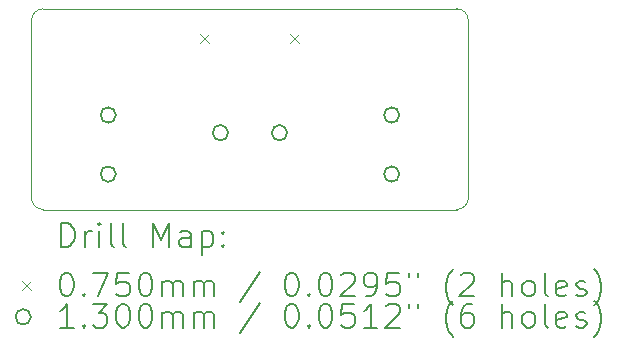
<source format=gbr>
%TF.GenerationSoftware,KiCad,Pcbnew,(6.0.7)*%
%TF.CreationDate,2022-10-05T08:21:56-05:00*%
%TF.ProjectId,SolenoidHandlerBoard,536f6c65-6e6f-4696-9448-616e646c6572,rev?*%
%TF.SameCoordinates,Original*%
%TF.FileFunction,Drillmap*%
%TF.FilePolarity,Positive*%
%FSLAX45Y45*%
G04 Gerber Fmt 4.5, Leading zero omitted, Abs format (unit mm)*
G04 Created by KiCad (PCBNEW (6.0.7)) date 2022-10-05 08:21:56*
%MOMM*%
%LPD*%
G01*
G04 APERTURE LIST*
%ADD10C,0.100000*%
%ADD11C,0.200000*%
%ADD12C,0.075000*%
%ADD13C,0.130000*%
G04 APERTURE END LIST*
D10*
X11600000Y-8400000D02*
X15100000Y-8400000D01*
X15100000Y-10100000D02*
G75*
G03*
X15200000Y-10000000I0J100000D01*
G01*
X15200000Y-8500000D02*
G75*
G03*
X15100000Y-8400000I-100000J0D01*
G01*
X11500000Y-10000000D02*
X11500000Y-8500000D01*
X11600000Y-8400000D02*
G75*
G03*
X11500000Y-8500000I0J-100000D01*
G01*
X11500000Y-10000000D02*
G75*
G03*
X11600000Y-10100000I100000J0D01*
G01*
X15100000Y-10100000D02*
X11600000Y-10100000D01*
X15200000Y-10000000D02*
X15200000Y-8500000D01*
D11*
D12*
X12931000Y-8612500D02*
X13006000Y-8687500D01*
X13006000Y-8612500D02*
X12931000Y-8687500D01*
X13693000Y-8612500D02*
X13768000Y-8687500D01*
X13768000Y-8612500D02*
X13693000Y-8687500D01*
D13*
X12215000Y-9300000D02*
G75*
G03*
X12215000Y-9300000I-65000J0D01*
G01*
X12215000Y-9800000D02*
G75*
G03*
X12215000Y-9800000I-65000J0D01*
G01*
X13165000Y-9450000D02*
G75*
G03*
X13165000Y-9450000I-65000J0D01*
G01*
X13665000Y-9450000D02*
G75*
G03*
X13665000Y-9450000I-65000J0D01*
G01*
X14615000Y-9300000D02*
G75*
G03*
X14615000Y-9300000I-65000J0D01*
G01*
X14615000Y-9800000D02*
G75*
G03*
X14615000Y-9800000I-65000J0D01*
G01*
D11*
X11752619Y-10415476D02*
X11752619Y-10215476D01*
X11800238Y-10215476D01*
X11828809Y-10225000D01*
X11847857Y-10244048D01*
X11857381Y-10263095D01*
X11866905Y-10301190D01*
X11866905Y-10329762D01*
X11857381Y-10367857D01*
X11847857Y-10386905D01*
X11828809Y-10405952D01*
X11800238Y-10415476D01*
X11752619Y-10415476D01*
X11952619Y-10415476D02*
X11952619Y-10282143D01*
X11952619Y-10320238D02*
X11962143Y-10301190D01*
X11971667Y-10291667D01*
X11990714Y-10282143D01*
X12009762Y-10282143D01*
X12076428Y-10415476D02*
X12076428Y-10282143D01*
X12076428Y-10215476D02*
X12066905Y-10225000D01*
X12076428Y-10234524D01*
X12085952Y-10225000D01*
X12076428Y-10215476D01*
X12076428Y-10234524D01*
X12200238Y-10415476D02*
X12181190Y-10405952D01*
X12171667Y-10386905D01*
X12171667Y-10215476D01*
X12305000Y-10415476D02*
X12285952Y-10405952D01*
X12276428Y-10386905D01*
X12276428Y-10215476D01*
X12533571Y-10415476D02*
X12533571Y-10215476D01*
X12600238Y-10358333D01*
X12666905Y-10215476D01*
X12666905Y-10415476D01*
X12847857Y-10415476D02*
X12847857Y-10310714D01*
X12838333Y-10291667D01*
X12819286Y-10282143D01*
X12781190Y-10282143D01*
X12762143Y-10291667D01*
X12847857Y-10405952D02*
X12828809Y-10415476D01*
X12781190Y-10415476D01*
X12762143Y-10405952D01*
X12752619Y-10386905D01*
X12752619Y-10367857D01*
X12762143Y-10348810D01*
X12781190Y-10339286D01*
X12828809Y-10339286D01*
X12847857Y-10329762D01*
X12943095Y-10282143D02*
X12943095Y-10482143D01*
X12943095Y-10291667D02*
X12962143Y-10282143D01*
X13000238Y-10282143D01*
X13019286Y-10291667D01*
X13028809Y-10301190D01*
X13038333Y-10320238D01*
X13038333Y-10377381D01*
X13028809Y-10396429D01*
X13019286Y-10405952D01*
X13000238Y-10415476D01*
X12962143Y-10415476D01*
X12943095Y-10405952D01*
X13124048Y-10396429D02*
X13133571Y-10405952D01*
X13124048Y-10415476D01*
X13114524Y-10405952D01*
X13124048Y-10396429D01*
X13124048Y-10415476D01*
X13124048Y-10291667D02*
X13133571Y-10301190D01*
X13124048Y-10310714D01*
X13114524Y-10301190D01*
X13124048Y-10291667D01*
X13124048Y-10310714D01*
D12*
X11420000Y-10707500D02*
X11495000Y-10782500D01*
X11495000Y-10707500D02*
X11420000Y-10782500D01*
D11*
X11790714Y-10635476D02*
X11809762Y-10635476D01*
X11828809Y-10645000D01*
X11838333Y-10654524D01*
X11847857Y-10673571D01*
X11857381Y-10711667D01*
X11857381Y-10759286D01*
X11847857Y-10797381D01*
X11838333Y-10816429D01*
X11828809Y-10825952D01*
X11809762Y-10835476D01*
X11790714Y-10835476D01*
X11771667Y-10825952D01*
X11762143Y-10816429D01*
X11752619Y-10797381D01*
X11743095Y-10759286D01*
X11743095Y-10711667D01*
X11752619Y-10673571D01*
X11762143Y-10654524D01*
X11771667Y-10645000D01*
X11790714Y-10635476D01*
X11943095Y-10816429D02*
X11952619Y-10825952D01*
X11943095Y-10835476D01*
X11933571Y-10825952D01*
X11943095Y-10816429D01*
X11943095Y-10835476D01*
X12019286Y-10635476D02*
X12152619Y-10635476D01*
X12066905Y-10835476D01*
X12324048Y-10635476D02*
X12228809Y-10635476D01*
X12219286Y-10730714D01*
X12228809Y-10721190D01*
X12247857Y-10711667D01*
X12295476Y-10711667D01*
X12314524Y-10721190D01*
X12324048Y-10730714D01*
X12333571Y-10749762D01*
X12333571Y-10797381D01*
X12324048Y-10816429D01*
X12314524Y-10825952D01*
X12295476Y-10835476D01*
X12247857Y-10835476D01*
X12228809Y-10825952D01*
X12219286Y-10816429D01*
X12457381Y-10635476D02*
X12476428Y-10635476D01*
X12495476Y-10645000D01*
X12505000Y-10654524D01*
X12514524Y-10673571D01*
X12524048Y-10711667D01*
X12524048Y-10759286D01*
X12514524Y-10797381D01*
X12505000Y-10816429D01*
X12495476Y-10825952D01*
X12476428Y-10835476D01*
X12457381Y-10835476D01*
X12438333Y-10825952D01*
X12428809Y-10816429D01*
X12419286Y-10797381D01*
X12409762Y-10759286D01*
X12409762Y-10711667D01*
X12419286Y-10673571D01*
X12428809Y-10654524D01*
X12438333Y-10645000D01*
X12457381Y-10635476D01*
X12609762Y-10835476D02*
X12609762Y-10702143D01*
X12609762Y-10721190D02*
X12619286Y-10711667D01*
X12638333Y-10702143D01*
X12666905Y-10702143D01*
X12685952Y-10711667D01*
X12695476Y-10730714D01*
X12695476Y-10835476D01*
X12695476Y-10730714D02*
X12705000Y-10711667D01*
X12724048Y-10702143D01*
X12752619Y-10702143D01*
X12771667Y-10711667D01*
X12781190Y-10730714D01*
X12781190Y-10835476D01*
X12876428Y-10835476D02*
X12876428Y-10702143D01*
X12876428Y-10721190D02*
X12885952Y-10711667D01*
X12905000Y-10702143D01*
X12933571Y-10702143D01*
X12952619Y-10711667D01*
X12962143Y-10730714D01*
X12962143Y-10835476D01*
X12962143Y-10730714D02*
X12971667Y-10711667D01*
X12990714Y-10702143D01*
X13019286Y-10702143D01*
X13038333Y-10711667D01*
X13047857Y-10730714D01*
X13047857Y-10835476D01*
X13438333Y-10625952D02*
X13266905Y-10883095D01*
X13695476Y-10635476D02*
X13714524Y-10635476D01*
X13733571Y-10645000D01*
X13743095Y-10654524D01*
X13752619Y-10673571D01*
X13762143Y-10711667D01*
X13762143Y-10759286D01*
X13752619Y-10797381D01*
X13743095Y-10816429D01*
X13733571Y-10825952D01*
X13714524Y-10835476D01*
X13695476Y-10835476D01*
X13676428Y-10825952D01*
X13666905Y-10816429D01*
X13657381Y-10797381D01*
X13647857Y-10759286D01*
X13647857Y-10711667D01*
X13657381Y-10673571D01*
X13666905Y-10654524D01*
X13676428Y-10645000D01*
X13695476Y-10635476D01*
X13847857Y-10816429D02*
X13857381Y-10825952D01*
X13847857Y-10835476D01*
X13838333Y-10825952D01*
X13847857Y-10816429D01*
X13847857Y-10835476D01*
X13981190Y-10635476D02*
X14000238Y-10635476D01*
X14019286Y-10645000D01*
X14028809Y-10654524D01*
X14038333Y-10673571D01*
X14047857Y-10711667D01*
X14047857Y-10759286D01*
X14038333Y-10797381D01*
X14028809Y-10816429D01*
X14019286Y-10825952D01*
X14000238Y-10835476D01*
X13981190Y-10835476D01*
X13962143Y-10825952D01*
X13952619Y-10816429D01*
X13943095Y-10797381D01*
X13933571Y-10759286D01*
X13933571Y-10711667D01*
X13943095Y-10673571D01*
X13952619Y-10654524D01*
X13962143Y-10645000D01*
X13981190Y-10635476D01*
X14124048Y-10654524D02*
X14133571Y-10645000D01*
X14152619Y-10635476D01*
X14200238Y-10635476D01*
X14219286Y-10645000D01*
X14228809Y-10654524D01*
X14238333Y-10673571D01*
X14238333Y-10692619D01*
X14228809Y-10721190D01*
X14114524Y-10835476D01*
X14238333Y-10835476D01*
X14333571Y-10835476D02*
X14371667Y-10835476D01*
X14390714Y-10825952D01*
X14400238Y-10816429D01*
X14419286Y-10787857D01*
X14428809Y-10749762D01*
X14428809Y-10673571D01*
X14419286Y-10654524D01*
X14409762Y-10645000D01*
X14390714Y-10635476D01*
X14352619Y-10635476D01*
X14333571Y-10645000D01*
X14324048Y-10654524D01*
X14314524Y-10673571D01*
X14314524Y-10721190D01*
X14324048Y-10740238D01*
X14333571Y-10749762D01*
X14352619Y-10759286D01*
X14390714Y-10759286D01*
X14409762Y-10749762D01*
X14419286Y-10740238D01*
X14428809Y-10721190D01*
X14609762Y-10635476D02*
X14514524Y-10635476D01*
X14505000Y-10730714D01*
X14514524Y-10721190D01*
X14533571Y-10711667D01*
X14581190Y-10711667D01*
X14600238Y-10721190D01*
X14609762Y-10730714D01*
X14619286Y-10749762D01*
X14619286Y-10797381D01*
X14609762Y-10816429D01*
X14600238Y-10825952D01*
X14581190Y-10835476D01*
X14533571Y-10835476D01*
X14514524Y-10825952D01*
X14505000Y-10816429D01*
X14695476Y-10635476D02*
X14695476Y-10673571D01*
X14771667Y-10635476D02*
X14771667Y-10673571D01*
X15066905Y-10911667D02*
X15057381Y-10902143D01*
X15038333Y-10873571D01*
X15028809Y-10854524D01*
X15019286Y-10825952D01*
X15009762Y-10778333D01*
X15009762Y-10740238D01*
X15019286Y-10692619D01*
X15028809Y-10664048D01*
X15038333Y-10645000D01*
X15057381Y-10616429D01*
X15066905Y-10606905D01*
X15133571Y-10654524D02*
X15143095Y-10645000D01*
X15162143Y-10635476D01*
X15209762Y-10635476D01*
X15228809Y-10645000D01*
X15238333Y-10654524D01*
X15247857Y-10673571D01*
X15247857Y-10692619D01*
X15238333Y-10721190D01*
X15124048Y-10835476D01*
X15247857Y-10835476D01*
X15485952Y-10835476D02*
X15485952Y-10635476D01*
X15571667Y-10835476D02*
X15571667Y-10730714D01*
X15562143Y-10711667D01*
X15543095Y-10702143D01*
X15514524Y-10702143D01*
X15495476Y-10711667D01*
X15485952Y-10721190D01*
X15695476Y-10835476D02*
X15676428Y-10825952D01*
X15666905Y-10816429D01*
X15657381Y-10797381D01*
X15657381Y-10740238D01*
X15666905Y-10721190D01*
X15676428Y-10711667D01*
X15695476Y-10702143D01*
X15724048Y-10702143D01*
X15743095Y-10711667D01*
X15752619Y-10721190D01*
X15762143Y-10740238D01*
X15762143Y-10797381D01*
X15752619Y-10816429D01*
X15743095Y-10825952D01*
X15724048Y-10835476D01*
X15695476Y-10835476D01*
X15876428Y-10835476D02*
X15857381Y-10825952D01*
X15847857Y-10806905D01*
X15847857Y-10635476D01*
X16028809Y-10825952D02*
X16009762Y-10835476D01*
X15971667Y-10835476D01*
X15952619Y-10825952D01*
X15943095Y-10806905D01*
X15943095Y-10730714D01*
X15952619Y-10711667D01*
X15971667Y-10702143D01*
X16009762Y-10702143D01*
X16028809Y-10711667D01*
X16038333Y-10730714D01*
X16038333Y-10749762D01*
X15943095Y-10768810D01*
X16114524Y-10825952D02*
X16133571Y-10835476D01*
X16171667Y-10835476D01*
X16190714Y-10825952D01*
X16200238Y-10806905D01*
X16200238Y-10797381D01*
X16190714Y-10778333D01*
X16171667Y-10768810D01*
X16143095Y-10768810D01*
X16124048Y-10759286D01*
X16114524Y-10740238D01*
X16114524Y-10730714D01*
X16124048Y-10711667D01*
X16143095Y-10702143D01*
X16171667Y-10702143D01*
X16190714Y-10711667D01*
X16266905Y-10911667D02*
X16276428Y-10902143D01*
X16295476Y-10873571D01*
X16305000Y-10854524D01*
X16314524Y-10825952D01*
X16324048Y-10778333D01*
X16324048Y-10740238D01*
X16314524Y-10692619D01*
X16305000Y-10664048D01*
X16295476Y-10645000D01*
X16276428Y-10616429D01*
X16266905Y-10606905D01*
D13*
X11495000Y-11009000D02*
G75*
G03*
X11495000Y-11009000I-65000J0D01*
G01*
D11*
X11857381Y-11099476D02*
X11743095Y-11099476D01*
X11800238Y-11099476D02*
X11800238Y-10899476D01*
X11781190Y-10928048D01*
X11762143Y-10947095D01*
X11743095Y-10956619D01*
X11943095Y-11080429D02*
X11952619Y-11089952D01*
X11943095Y-11099476D01*
X11933571Y-11089952D01*
X11943095Y-11080429D01*
X11943095Y-11099476D01*
X12019286Y-10899476D02*
X12143095Y-10899476D01*
X12076428Y-10975667D01*
X12105000Y-10975667D01*
X12124048Y-10985190D01*
X12133571Y-10994714D01*
X12143095Y-11013762D01*
X12143095Y-11061381D01*
X12133571Y-11080429D01*
X12124048Y-11089952D01*
X12105000Y-11099476D01*
X12047857Y-11099476D01*
X12028809Y-11089952D01*
X12019286Y-11080429D01*
X12266905Y-10899476D02*
X12285952Y-10899476D01*
X12305000Y-10909000D01*
X12314524Y-10918524D01*
X12324048Y-10937571D01*
X12333571Y-10975667D01*
X12333571Y-11023286D01*
X12324048Y-11061381D01*
X12314524Y-11080429D01*
X12305000Y-11089952D01*
X12285952Y-11099476D01*
X12266905Y-11099476D01*
X12247857Y-11089952D01*
X12238333Y-11080429D01*
X12228809Y-11061381D01*
X12219286Y-11023286D01*
X12219286Y-10975667D01*
X12228809Y-10937571D01*
X12238333Y-10918524D01*
X12247857Y-10909000D01*
X12266905Y-10899476D01*
X12457381Y-10899476D02*
X12476428Y-10899476D01*
X12495476Y-10909000D01*
X12505000Y-10918524D01*
X12514524Y-10937571D01*
X12524048Y-10975667D01*
X12524048Y-11023286D01*
X12514524Y-11061381D01*
X12505000Y-11080429D01*
X12495476Y-11089952D01*
X12476428Y-11099476D01*
X12457381Y-11099476D01*
X12438333Y-11089952D01*
X12428809Y-11080429D01*
X12419286Y-11061381D01*
X12409762Y-11023286D01*
X12409762Y-10975667D01*
X12419286Y-10937571D01*
X12428809Y-10918524D01*
X12438333Y-10909000D01*
X12457381Y-10899476D01*
X12609762Y-11099476D02*
X12609762Y-10966143D01*
X12609762Y-10985190D02*
X12619286Y-10975667D01*
X12638333Y-10966143D01*
X12666905Y-10966143D01*
X12685952Y-10975667D01*
X12695476Y-10994714D01*
X12695476Y-11099476D01*
X12695476Y-10994714D02*
X12705000Y-10975667D01*
X12724048Y-10966143D01*
X12752619Y-10966143D01*
X12771667Y-10975667D01*
X12781190Y-10994714D01*
X12781190Y-11099476D01*
X12876428Y-11099476D02*
X12876428Y-10966143D01*
X12876428Y-10985190D02*
X12885952Y-10975667D01*
X12905000Y-10966143D01*
X12933571Y-10966143D01*
X12952619Y-10975667D01*
X12962143Y-10994714D01*
X12962143Y-11099476D01*
X12962143Y-10994714D02*
X12971667Y-10975667D01*
X12990714Y-10966143D01*
X13019286Y-10966143D01*
X13038333Y-10975667D01*
X13047857Y-10994714D01*
X13047857Y-11099476D01*
X13438333Y-10889952D02*
X13266905Y-11147095D01*
X13695476Y-10899476D02*
X13714524Y-10899476D01*
X13733571Y-10909000D01*
X13743095Y-10918524D01*
X13752619Y-10937571D01*
X13762143Y-10975667D01*
X13762143Y-11023286D01*
X13752619Y-11061381D01*
X13743095Y-11080429D01*
X13733571Y-11089952D01*
X13714524Y-11099476D01*
X13695476Y-11099476D01*
X13676428Y-11089952D01*
X13666905Y-11080429D01*
X13657381Y-11061381D01*
X13647857Y-11023286D01*
X13647857Y-10975667D01*
X13657381Y-10937571D01*
X13666905Y-10918524D01*
X13676428Y-10909000D01*
X13695476Y-10899476D01*
X13847857Y-11080429D02*
X13857381Y-11089952D01*
X13847857Y-11099476D01*
X13838333Y-11089952D01*
X13847857Y-11080429D01*
X13847857Y-11099476D01*
X13981190Y-10899476D02*
X14000238Y-10899476D01*
X14019286Y-10909000D01*
X14028809Y-10918524D01*
X14038333Y-10937571D01*
X14047857Y-10975667D01*
X14047857Y-11023286D01*
X14038333Y-11061381D01*
X14028809Y-11080429D01*
X14019286Y-11089952D01*
X14000238Y-11099476D01*
X13981190Y-11099476D01*
X13962143Y-11089952D01*
X13952619Y-11080429D01*
X13943095Y-11061381D01*
X13933571Y-11023286D01*
X13933571Y-10975667D01*
X13943095Y-10937571D01*
X13952619Y-10918524D01*
X13962143Y-10909000D01*
X13981190Y-10899476D01*
X14228809Y-10899476D02*
X14133571Y-10899476D01*
X14124048Y-10994714D01*
X14133571Y-10985190D01*
X14152619Y-10975667D01*
X14200238Y-10975667D01*
X14219286Y-10985190D01*
X14228809Y-10994714D01*
X14238333Y-11013762D01*
X14238333Y-11061381D01*
X14228809Y-11080429D01*
X14219286Y-11089952D01*
X14200238Y-11099476D01*
X14152619Y-11099476D01*
X14133571Y-11089952D01*
X14124048Y-11080429D01*
X14428809Y-11099476D02*
X14314524Y-11099476D01*
X14371667Y-11099476D02*
X14371667Y-10899476D01*
X14352619Y-10928048D01*
X14333571Y-10947095D01*
X14314524Y-10956619D01*
X14505000Y-10918524D02*
X14514524Y-10909000D01*
X14533571Y-10899476D01*
X14581190Y-10899476D01*
X14600238Y-10909000D01*
X14609762Y-10918524D01*
X14619286Y-10937571D01*
X14619286Y-10956619D01*
X14609762Y-10985190D01*
X14495476Y-11099476D01*
X14619286Y-11099476D01*
X14695476Y-10899476D02*
X14695476Y-10937571D01*
X14771667Y-10899476D02*
X14771667Y-10937571D01*
X15066905Y-11175667D02*
X15057381Y-11166143D01*
X15038333Y-11137571D01*
X15028809Y-11118524D01*
X15019286Y-11089952D01*
X15009762Y-11042333D01*
X15009762Y-11004238D01*
X15019286Y-10956619D01*
X15028809Y-10928048D01*
X15038333Y-10909000D01*
X15057381Y-10880429D01*
X15066905Y-10870905D01*
X15228809Y-10899476D02*
X15190714Y-10899476D01*
X15171667Y-10909000D01*
X15162143Y-10918524D01*
X15143095Y-10947095D01*
X15133571Y-10985190D01*
X15133571Y-11061381D01*
X15143095Y-11080429D01*
X15152619Y-11089952D01*
X15171667Y-11099476D01*
X15209762Y-11099476D01*
X15228809Y-11089952D01*
X15238333Y-11080429D01*
X15247857Y-11061381D01*
X15247857Y-11013762D01*
X15238333Y-10994714D01*
X15228809Y-10985190D01*
X15209762Y-10975667D01*
X15171667Y-10975667D01*
X15152619Y-10985190D01*
X15143095Y-10994714D01*
X15133571Y-11013762D01*
X15485952Y-11099476D02*
X15485952Y-10899476D01*
X15571667Y-11099476D02*
X15571667Y-10994714D01*
X15562143Y-10975667D01*
X15543095Y-10966143D01*
X15514524Y-10966143D01*
X15495476Y-10975667D01*
X15485952Y-10985190D01*
X15695476Y-11099476D02*
X15676428Y-11089952D01*
X15666905Y-11080429D01*
X15657381Y-11061381D01*
X15657381Y-11004238D01*
X15666905Y-10985190D01*
X15676428Y-10975667D01*
X15695476Y-10966143D01*
X15724048Y-10966143D01*
X15743095Y-10975667D01*
X15752619Y-10985190D01*
X15762143Y-11004238D01*
X15762143Y-11061381D01*
X15752619Y-11080429D01*
X15743095Y-11089952D01*
X15724048Y-11099476D01*
X15695476Y-11099476D01*
X15876428Y-11099476D02*
X15857381Y-11089952D01*
X15847857Y-11070905D01*
X15847857Y-10899476D01*
X16028809Y-11089952D02*
X16009762Y-11099476D01*
X15971667Y-11099476D01*
X15952619Y-11089952D01*
X15943095Y-11070905D01*
X15943095Y-10994714D01*
X15952619Y-10975667D01*
X15971667Y-10966143D01*
X16009762Y-10966143D01*
X16028809Y-10975667D01*
X16038333Y-10994714D01*
X16038333Y-11013762D01*
X15943095Y-11032810D01*
X16114524Y-11089952D02*
X16133571Y-11099476D01*
X16171667Y-11099476D01*
X16190714Y-11089952D01*
X16200238Y-11070905D01*
X16200238Y-11061381D01*
X16190714Y-11042333D01*
X16171667Y-11032810D01*
X16143095Y-11032810D01*
X16124048Y-11023286D01*
X16114524Y-11004238D01*
X16114524Y-10994714D01*
X16124048Y-10975667D01*
X16143095Y-10966143D01*
X16171667Y-10966143D01*
X16190714Y-10975667D01*
X16266905Y-11175667D02*
X16276428Y-11166143D01*
X16295476Y-11137571D01*
X16305000Y-11118524D01*
X16314524Y-11089952D01*
X16324048Y-11042333D01*
X16324048Y-11004238D01*
X16314524Y-10956619D01*
X16305000Y-10928048D01*
X16295476Y-10909000D01*
X16276428Y-10880429D01*
X16266905Y-10870905D01*
M02*

</source>
